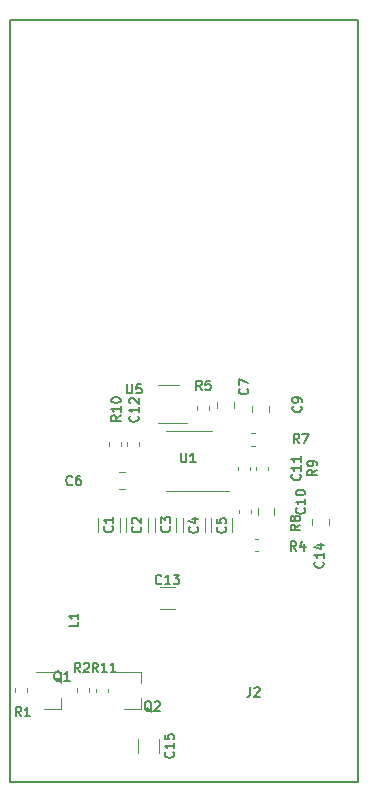
<source format=gbr>
G04 #@! TF.GenerationSoftware,KiCad,Pcbnew,(5.1.6-0-10_14)*
G04 #@! TF.CreationDate,2021-01-15T18:00:30+01:00*
G04 #@! TF.ProjectId,cdm324,63646d33-3234-42e6-9b69-6361645f7063,rev?*
G04 #@! TF.SameCoordinates,Original*
G04 #@! TF.FileFunction,Legend,Top*
G04 #@! TF.FilePolarity,Positive*
%FSLAX46Y46*%
G04 Gerber Fmt 4.6, Leading zero omitted, Abs format (unit mm)*
G04 Created by KiCad (PCBNEW (5.1.6-0-10_14)) date 2021-01-15 18:00:30*
%MOMM*%
%LPD*%
G01*
G04 APERTURE LIST*
G04 #@! TA.AperFunction,Profile*
%ADD10C,0.150000*%
G04 #@! TD*
%ADD11C,0.120000*%
%ADD12C,0.150000*%
%ADD13C,0.153000*%
G04 APERTURE END LIST*
D10*
X85350000Y-132600000D02*
X85350000Y-68100000D01*
X114850000Y-132600000D02*
X85350000Y-132600000D01*
X114850000Y-68100000D02*
X114850000Y-132600000D01*
X85350000Y-68100000D02*
X114850000Y-68100000D01*
D11*
X92090000Y-124677221D02*
X92090000Y-125002779D01*
X91070000Y-124677221D02*
X91070000Y-125002779D01*
X98010000Y-128947936D02*
X98010000Y-130152064D01*
X96190000Y-128947936D02*
X96190000Y-130152064D01*
X99312064Y-117910000D02*
X98107936Y-117910000D01*
X99312064Y-116090000D02*
X98107936Y-116090000D01*
X104210000Y-110247936D02*
X104210000Y-111452064D01*
X102390000Y-110247936D02*
X102390000Y-111452064D01*
X101860000Y-110247936D02*
X101860000Y-111452064D01*
X100040000Y-110247936D02*
X100040000Y-111452064D01*
X99460000Y-110247936D02*
X99460000Y-111452064D01*
X97640000Y-110247936D02*
X97640000Y-111452064D01*
X97060000Y-110247936D02*
X97060000Y-111452064D01*
X95240000Y-110247936D02*
X95240000Y-111452064D01*
X94660000Y-110247936D02*
X94660000Y-111452064D01*
X92840000Y-110247936D02*
X92840000Y-111452064D01*
X92640000Y-125012779D02*
X92640000Y-124687221D01*
X93660000Y-125012779D02*
X93660000Y-124687221D01*
X93790000Y-104162779D02*
X93790000Y-103837221D01*
X94810000Y-104162779D02*
X94810000Y-103837221D01*
X106190000Y-106212779D02*
X106190000Y-105887221D01*
X107210000Y-106212779D02*
X107210000Y-105887221D01*
X104740000Y-109862779D02*
X104740000Y-109537221D01*
X105760000Y-109862779D02*
X105760000Y-109537221D01*
X106150279Y-104110000D02*
X105824721Y-104110000D01*
X106150279Y-103090000D02*
X105824721Y-103090000D01*
X102210000Y-100737221D02*
X102210000Y-101062779D01*
X101190000Y-100737221D02*
X101190000Y-101062779D01*
X106087221Y-112040000D02*
X106412779Y-112040000D01*
X106087221Y-113060000D02*
X106412779Y-113060000D01*
X85840000Y-124962779D02*
X85840000Y-124637221D01*
X86860000Y-124962779D02*
X86860000Y-124637221D01*
X110940000Y-110848578D02*
X110940000Y-110331422D01*
X112360000Y-110848578D02*
X112360000Y-110331422D01*
X104720000Y-106212779D02*
X104720000Y-105887221D01*
X105740000Y-106212779D02*
X105740000Y-105887221D01*
X107760000Y-109441422D02*
X107760000Y-109958578D01*
X106340000Y-109441422D02*
X106340000Y-109958578D01*
X105890000Y-101258578D02*
X105890000Y-100741422D01*
X107310000Y-101258578D02*
X107310000Y-100741422D01*
X104310000Y-100441422D02*
X104310000Y-100958578D01*
X102890000Y-100441422D02*
X102890000Y-100958578D01*
X95108578Y-107810000D02*
X94591422Y-107810000D01*
X95108578Y-106390000D02*
X94591422Y-106390000D01*
X95300000Y-104162779D02*
X95300000Y-103837221D01*
X96320000Y-104162779D02*
X96320000Y-103837221D01*
X99700000Y-98990000D02*
X97900000Y-98990000D01*
X97900000Y-102210000D02*
X100350000Y-102210000D01*
X100500000Y-107960000D02*
X103950000Y-107960000D01*
X100500000Y-107960000D02*
X98550000Y-107960000D01*
X100500000Y-102840000D02*
X102450000Y-102840000D01*
X100500000Y-102840000D02*
X98550000Y-102840000D01*
X89710000Y-126430000D02*
X88250000Y-126430000D01*
X89710000Y-123270000D02*
X87550000Y-123270000D01*
X89710000Y-123270000D02*
X89710000Y-124200000D01*
X89710000Y-126430000D02*
X89710000Y-125500000D01*
X96510000Y-126430000D02*
X95050000Y-126430000D01*
X96510000Y-123270000D02*
X94350000Y-123270000D01*
X96510000Y-123270000D02*
X96510000Y-124200000D01*
X96510000Y-126430000D02*
X96510000Y-125500000D01*
D12*
X91161904Y-119043333D02*
X91161904Y-119424285D01*
X90361904Y-119424285D01*
X91161904Y-118357619D02*
X91161904Y-118814761D01*
X91161904Y-118586190D02*
X90361904Y-118586190D01*
X90476190Y-118662380D01*
X90552380Y-118738571D01*
X90590476Y-118814761D01*
X91306666Y-123301904D02*
X91040000Y-122920952D01*
X90849523Y-123301904D02*
X90849523Y-122501904D01*
X91154285Y-122501904D01*
X91230476Y-122540000D01*
X91268571Y-122578095D01*
X91306666Y-122654285D01*
X91306666Y-122768571D01*
X91268571Y-122844761D01*
X91230476Y-122882857D01*
X91154285Y-122920952D01*
X90849523Y-122920952D01*
X91611428Y-122578095D02*
X91649523Y-122540000D01*
X91725714Y-122501904D01*
X91916190Y-122501904D01*
X91992380Y-122540000D01*
X92030476Y-122578095D01*
X92068571Y-122654285D01*
X92068571Y-122730476D01*
X92030476Y-122844761D01*
X91573333Y-123301904D01*
X92068571Y-123301904D01*
X99205714Y-130064285D02*
X99243809Y-130102380D01*
X99281904Y-130216666D01*
X99281904Y-130292857D01*
X99243809Y-130407142D01*
X99167619Y-130483333D01*
X99091428Y-130521428D01*
X98939047Y-130559523D01*
X98824761Y-130559523D01*
X98672380Y-130521428D01*
X98596190Y-130483333D01*
X98520000Y-130407142D01*
X98481904Y-130292857D01*
X98481904Y-130216666D01*
X98520000Y-130102380D01*
X98558095Y-130064285D01*
X99281904Y-129302380D02*
X99281904Y-129759523D01*
X99281904Y-129530952D02*
X98481904Y-129530952D01*
X98596190Y-129607142D01*
X98672380Y-129683333D01*
X98710476Y-129759523D01*
X98481904Y-128578571D02*
X98481904Y-128959523D01*
X98862857Y-128997619D01*
X98824761Y-128959523D01*
X98786666Y-128883333D01*
X98786666Y-128692857D01*
X98824761Y-128616666D01*
X98862857Y-128578571D01*
X98939047Y-128540476D01*
X99129523Y-128540476D01*
X99205714Y-128578571D01*
X99243809Y-128616666D01*
X99281904Y-128692857D01*
X99281904Y-128883333D01*
X99243809Y-128959523D01*
X99205714Y-128997619D01*
X98195714Y-115775714D02*
X98157619Y-115813809D01*
X98043333Y-115851904D01*
X97967142Y-115851904D01*
X97852857Y-115813809D01*
X97776666Y-115737619D01*
X97738571Y-115661428D01*
X97700476Y-115509047D01*
X97700476Y-115394761D01*
X97738571Y-115242380D01*
X97776666Y-115166190D01*
X97852857Y-115090000D01*
X97967142Y-115051904D01*
X98043333Y-115051904D01*
X98157619Y-115090000D01*
X98195714Y-115128095D01*
X98957619Y-115851904D02*
X98500476Y-115851904D01*
X98729047Y-115851904D02*
X98729047Y-115051904D01*
X98652857Y-115166190D01*
X98576666Y-115242380D01*
X98500476Y-115280476D01*
X99224285Y-115051904D02*
X99719523Y-115051904D01*
X99452857Y-115356666D01*
X99567142Y-115356666D01*
X99643333Y-115394761D01*
X99681428Y-115432857D01*
X99719523Y-115509047D01*
X99719523Y-115699523D01*
X99681428Y-115775714D01*
X99643333Y-115813809D01*
X99567142Y-115851904D01*
X99338571Y-115851904D01*
X99262380Y-115813809D01*
X99224285Y-115775714D01*
X103605714Y-111013333D02*
X103643809Y-111051428D01*
X103681904Y-111165714D01*
X103681904Y-111241904D01*
X103643809Y-111356190D01*
X103567619Y-111432380D01*
X103491428Y-111470476D01*
X103339047Y-111508571D01*
X103224761Y-111508571D01*
X103072380Y-111470476D01*
X102996190Y-111432380D01*
X102920000Y-111356190D01*
X102881904Y-111241904D01*
X102881904Y-111165714D01*
X102920000Y-111051428D01*
X102958095Y-111013333D01*
X102881904Y-110289523D02*
X102881904Y-110670476D01*
X103262857Y-110708571D01*
X103224761Y-110670476D01*
X103186666Y-110594285D01*
X103186666Y-110403809D01*
X103224761Y-110327619D01*
X103262857Y-110289523D01*
X103339047Y-110251428D01*
X103529523Y-110251428D01*
X103605714Y-110289523D01*
X103643809Y-110327619D01*
X103681904Y-110403809D01*
X103681904Y-110594285D01*
X103643809Y-110670476D01*
X103605714Y-110708571D01*
X101235714Y-111003333D02*
X101273809Y-111041428D01*
X101311904Y-111155714D01*
X101311904Y-111231904D01*
X101273809Y-111346190D01*
X101197619Y-111422380D01*
X101121428Y-111460476D01*
X100969047Y-111498571D01*
X100854761Y-111498571D01*
X100702380Y-111460476D01*
X100626190Y-111422380D01*
X100550000Y-111346190D01*
X100511904Y-111231904D01*
X100511904Y-111155714D01*
X100550000Y-111041428D01*
X100588095Y-111003333D01*
X100778571Y-110317619D02*
X101311904Y-110317619D01*
X100473809Y-110508095D02*
X101045238Y-110698571D01*
X101045238Y-110203333D01*
X98885714Y-110953333D02*
X98923809Y-110991428D01*
X98961904Y-111105714D01*
X98961904Y-111181904D01*
X98923809Y-111296190D01*
X98847619Y-111372380D01*
X98771428Y-111410476D01*
X98619047Y-111448571D01*
X98504761Y-111448571D01*
X98352380Y-111410476D01*
X98276190Y-111372380D01*
X98200000Y-111296190D01*
X98161904Y-111181904D01*
X98161904Y-111105714D01*
X98200000Y-110991428D01*
X98238095Y-110953333D01*
X98161904Y-110686666D02*
X98161904Y-110191428D01*
X98466666Y-110458095D01*
X98466666Y-110343809D01*
X98504761Y-110267619D01*
X98542857Y-110229523D01*
X98619047Y-110191428D01*
X98809523Y-110191428D01*
X98885714Y-110229523D01*
X98923809Y-110267619D01*
X98961904Y-110343809D01*
X98961904Y-110572380D01*
X98923809Y-110648571D01*
X98885714Y-110686666D01*
X96435714Y-110973333D02*
X96473809Y-111011428D01*
X96511904Y-111125714D01*
X96511904Y-111201904D01*
X96473809Y-111316190D01*
X96397619Y-111392380D01*
X96321428Y-111430476D01*
X96169047Y-111468571D01*
X96054761Y-111468571D01*
X95902380Y-111430476D01*
X95826190Y-111392380D01*
X95750000Y-111316190D01*
X95711904Y-111201904D01*
X95711904Y-111125714D01*
X95750000Y-111011428D01*
X95788095Y-110973333D01*
X95788095Y-110668571D02*
X95750000Y-110630476D01*
X95711904Y-110554285D01*
X95711904Y-110363809D01*
X95750000Y-110287619D01*
X95788095Y-110249523D01*
X95864285Y-110211428D01*
X95940476Y-110211428D01*
X96054761Y-110249523D01*
X96511904Y-110706666D01*
X96511904Y-110211428D01*
X94025714Y-110943333D02*
X94063809Y-110981428D01*
X94101904Y-111095714D01*
X94101904Y-111171904D01*
X94063809Y-111286190D01*
X93987619Y-111362380D01*
X93911428Y-111400476D01*
X93759047Y-111438571D01*
X93644761Y-111438571D01*
X93492380Y-111400476D01*
X93416190Y-111362380D01*
X93340000Y-111286190D01*
X93301904Y-111171904D01*
X93301904Y-111095714D01*
X93340000Y-110981428D01*
X93378095Y-110943333D01*
X94101904Y-110181428D02*
X94101904Y-110638571D01*
X94101904Y-110410000D02*
X93301904Y-110410000D01*
X93416190Y-110486190D01*
X93492380Y-110562380D01*
X93530476Y-110638571D01*
X92825714Y-123301904D02*
X92559047Y-122920952D01*
X92368571Y-123301904D02*
X92368571Y-122501904D01*
X92673333Y-122501904D01*
X92749523Y-122540000D01*
X92787619Y-122578095D01*
X92825714Y-122654285D01*
X92825714Y-122768571D01*
X92787619Y-122844761D01*
X92749523Y-122882857D01*
X92673333Y-122920952D01*
X92368571Y-122920952D01*
X93587619Y-123301904D02*
X93130476Y-123301904D01*
X93359047Y-123301904D02*
X93359047Y-122501904D01*
X93282857Y-122616190D01*
X93206666Y-122692380D01*
X93130476Y-122730476D01*
X94349523Y-123301904D02*
X93892380Y-123301904D01*
X94120952Y-123301904D02*
X94120952Y-122501904D01*
X94044761Y-122616190D01*
X93968571Y-122692380D01*
X93892380Y-122730476D01*
X94751904Y-101564285D02*
X94370952Y-101830952D01*
X94751904Y-102021428D02*
X93951904Y-102021428D01*
X93951904Y-101716666D01*
X93990000Y-101640476D01*
X94028095Y-101602380D01*
X94104285Y-101564285D01*
X94218571Y-101564285D01*
X94294761Y-101602380D01*
X94332857Y-101640476D01*
X94370952Y-101716666D01*
X94370952Y-102021428D01*
X94751904Y-100802380D02*
X94751904Y-101259523D01*
X94751904Y-101030952D02*
X93951904Y-101030952D01*
X94066190Y-101107142D01*
X94142380Y-101183333D01*
X94180476Y-101259523D01*
X93951904Y-100307142D02*
X93951904Y-100230952D01*
X93990000Y-100154761D01*
X94028095Y-100116666D01*
X94104285Y-100078571D01*
X94256666Y-100040476D01*
X94447142Y-100040476D01*
X94599523Y-100078571D01*
X94675714Y-100116666D01*
X94713809Y-100154761D01*
X94751904Y-100230952D01*
X94751904Y-100307142D01*
X94713809Y-100383333D01*
X94675714Y-100421428D01*
X94599523Y-100459523D01*
X94447142Y-100497619D01*
X94256666Y-100497619D01*
X94104285Y-100459523D01*
X94028095Y-100421428D01*
X93990000Y-100383333D01*
X93951904Y-100307142D01*
X111341904Y-106153333D02*
X110960952Y-106420000D01*
X111341904Y-106610476D02*
X110541904Y-106610476D01*
X110541904Y-106305714D01*
X110580000Y-106229523D01*
X110618095Y-106191428D01*
X110694285Y-106153333D01*
X110808571Y-106153333D01*
X110884761Y-106191428D01*
X110922857Y-106229523D01*
X110960952Y-106305714D01*
X110960952Y-106610476D01*
X111341904Y-105772380D02*
X111341904Y-105620000D01*
X111303809Y-105543809D01*
X111265714Y-105505714D01*
X111151428Y-105429523D01*
X110999047Y-105391428D01*
X110694285Y-105391428D01*
X110618095Y-105429523D01*
X110580000Y-105467619D01*
X110541904Y-105543809D01*
X110541904Y-105696190D01*
X110580000Y-105772380D01*
X110618095Y-105810476D01*
X110694285Y-105848571D01*
X110884761Y-105848571D01*
X110960952Y-105810476D01*
X110999047Y-105772380D01*
X111037142Y-105696190D01*
X111037142Y-105543809D01*
X110999047Y-105467619D01*
X110960952Y-105429523D01*
X110884761Y-105391428D01*
X109931904Y-110823333D02*
X109550952Y-111090000D01*
X109931904Y-111280476D02*
X109131904Y-111280476D01*
X109131904Y-110975714D01*
X109170000Y-110899523D01*
X109208095Y-110861428D01*
X109284285Y-110823333D01*
X109398571Y-110823333D01*
X109474761Y-110861428D01*
X109512857Y-110899523D01*
X109550952Y-110975714D01*
X109550952Y-111280476D01*
X109474761Y-110366190D02*
X109436666Y-110442380D01*
X109398571Y-110480476D01*
X109322380Y-110518571D01*
X109284285Y-110518571D01*
X109208095Y-110480476D01*
X109170000Y-110442380D01*
X109131904Y-110366190D01*
X109131904Y-110213809D01*
X109170000Y-110137619D01*
X109208095Y-110099523D01*
X109284285Y-110061428D01*
X109322380Y-110061428D01*
X109398571Y-110099523D01*
X109436666Y-110137619D01*
X109474761Y-110213809D01*
X109474761Y-110366190D01*
X109512857Y-110442380D01*
X109550952Y-110480476D01*
X109627142Y-110518571D01*
X109779523Y-110518571D01*
X109855714Y-110480476D01*
X109893809Y-110442380D01*
X109931904Y-110366190D01*
X109931904Y-110213809D01*
X109893809Y-110137619D01*
X109855714Y-110099523D01*
X109779523Y-110061428D01*
X109627142Y-110061428D01*
X109550952Y-110099523D01*
X109512857Y-110137619D01*
X109474761Y-110213809D01*
X109856666Y-103911904D02*
X109590000Y-103530952D01*
X109399523Y-103911904D02*
X109399523Y-103111904D01*
X109704285Y-103111904D01*
X109780476Y-103150000D01*
X109818571Y-103188095D01*
X109856666Y-103264285D01*
X109856666Y-103378571D01*
X109818571Y-103454761D01*
X109780476Y-103492857D01*
X109704285Y-103530952D01*
X109399523Y-103530952D01*
X110123333Y-103111904D02*
X110656666Y-103111904D01*
X110313809Y-103911904D01*
X101616666Y-99411904D02*
X101350000Y-99030952D01*
X101159523Y-99411904D02*
X101159523Y-98611904D01*
X101464285Y-98611904D01*
X101540476Y-98650000D01*
X101578571Y-98688095D01*
X101616666Y-98764285D01*
X101616666Y-98878571D01*
X101578571Y-98954761D01*
X101540476Y-98992857D01*
X101464285Y-99030952D01*
X101159523Y-99030952D01*
X102340476Y-98611904D02*
X101959523Y-98611904D01*
X101921428Y-98992857D01*
X101959523Y-98954761D01*
X102035714Y-98916666D01*
X102226190Y-98916666D01*
X102302380Y-98954761D01*
X102340476Y-98992857D01*
X102378571Y-99069047D01*
X102378571Y-99259523D01*
X102340476Y-99335714D01*
X102302380Y-99373809D01*
X102226190Y-99411904D01*
X102035714Y-99411904D01*
X101959523Y-99373809D01*
X101921428Y-99335714D01*
X109616666Y-113001904D02*
X109350000Y-112620952D01*
X109159523Y-113001904D02*
X109159523Y-112201904D01*
X109464285Y-112201904D01*
X109540476Y-112240000D01*
X109578571Y-112278095D01*
X109616666Y-112354285D01*
X109616666Y-112468571D01*
X109578571Y-112544761D01*
X109540476Y-112582857D01*
X109464285Y-112620952D01*
X109159523Y-112620952D01*
X110302380Y-112468571D02*
X110302380Y-113001904D01*
X110111904Y-112163809D02*
X109921428Y-112735238D01*
X110416666Y-112735238D01*
X86326666Y-127041904D02*
X86060000Y-126660952D01*
X85869523Y-127041904D02*
X85869523Y-126241904D01*
X86174285Y-126241904D01*
X86250476Y-126280000D01*
X86288571Y-126318095D01*
X86326666Y-126394285D01*
X86326666Y-126508571D01*
X86288571Y-126584761D01*
X86250476Y-126622857D01*
X86174285Y-126660952D01*
X85869523Y-126660952D01*
X87088571Y-127041904D02*
X86631428Y-127041904D01*
X86860000Y-127041904D02*
X86860000Y-126241904D01*
X86783809Y-126356190D01*
X86707619Y-126432380D01*
X86631428Y-126470476D01*
X111865714Y-113954285D02*
X111903809Y-113992380D01*
X111941904Y-114106666D01*
X111941904Y-114182857D01*
X111903809Y-114297142D01*
X111827619Y-114373333D01*
X111751428Y-114411428D01*
X111599047Y-114449523D01*
X111484761Y-114449523D01*
X111332380Y-114411428D01*
X111256190Y-114373333D01*
X111180000Y-114297142D01*
X111141904Y-114182857D01*
X111141904Y-114106666D01*
X111180000Y-113992380D01*
X111218095Y-113954285D01*
X111941904Y-113192380D02*
X111941904Y-113649523D01*
X111941904Y-113420952D02*
X111141904Y-113420952D01*
X111256190Y-113497142D01*
X111332380Y-113573333D01*
X111370476Y-113649523D01*
X111408571Y-112506666D02*
X111941904Y-112506666D01*
X111103809Y-112697142D02*
X111675238Y-112887619D01*
X111675238Y-112392380D01*
X109935714Y-106534285D02*
X109973809Y-106572380D01*
X110011904Y-106686666D01*
X110011904Y-106762857D01*
X109973809Y-106877142D01*
X109897619Y-106953333D01*
X109821428Y-106991428D01*
X109669047Y-107029523D01*
X109554761Y-107029523D01*
X109402380Y-106991428D01*
X109326190Y-106953333D01*
X109250000Y-106877142D01*
X109211904Y-106762857D01*
X109211904Y-106686666D01*
X109250000Y-106572380D01*
X109288095Y-106534285D01*
X110011904Y-105772380D02*
X110011904Y-106229523D01*
X110011904Y-106000952D02*
X109211904Y-106000952D01*
X109326190Y-106077142D01*
X109402380Y-106153333D01*
X109440476Y-106229523D01*
X110011904Y-105010476D02*
X110011904Y-105467619D01*
X110011904Y-105239047D02*
X109211904Y-105239047D01*
X109326190Y-105315238D01*
X109402380Y-105391428D01*
X109440476Y-105467619D01*
X110285714Y-109384285D02*
X110323809Y-109422380D01*
X110361904Y-109536666D01*
X110361904Y-109612857D01*
X110323809Y-109727142D01*
X110247619Y-109803333D01*
X110171428Y-109841428D01*
X110019047Y-109879523D01*
X109904761Y-109879523D01*
X109752380Y-109841428D01*
X109676190Y-109803333D01*
X109600000Y-109727142D01*
X109561904Y-109612857D01*
X109561904Y-109536666D01*
X109600000Y-109422380D01*
X109638095Y-109384285D01*
X110361904Y-108622380D02*
X110361904Y-109079523D01*
X110361904Y-108850952D02*
X109561904Y-108850952D01*
X109676190Y-108927142D01*
X109752380Y-109003333D01*
X109790476Y-109079523D01*
X109561904Y-108127142D02*
X109561904Y-108050952D01*
X109600000Y-107974761D01*
X109638095Y-107936666D01*
X109714285Y-107898571D01*
X109866666Y-107860476D01*
X110057142Y-107860476D01*
X110209523Y-107898571D01*
X110285714Y-107936666D01*
X110323809Y-107974761D01*
X110361904Y-108050952D01*
X110361904Y-108127142D01*
X110323809Y-108203333D01*
X110285714Y-108241428D01*
X110209523Y-108279523D01*
X110057142Y-108317619D01*
X109866666Y-108317619D01*
X109714285Y-108279523D01*
X109638095Y-108241428D01*
X109600000Y-108203333D01*
X109561904Y-108127142D01*
X110005714Y-100783333D02*
X110043809Y-100821428D01*
X110081904Y-100935714D01*
X110081904Y-101011904D01*
X110043809Y-101126190D01*
X109967619Y-101202380D01*
X109891428Y-101240476D01*
X109739047Y-101278571D01*
X109624761Y-101278571D01*
X109472380Y-101240476D01*
X109396190Y-101202380D01*
X109320000Y-101126190D01*
X109281904Y-101011904D01*
X109281904Y-100935714D01*
X109320000Y-100821428D01*
X109358095Y-100783333D01*
X110081904Y-100402380D02*
X110081904Y-100250000D01*
X110043809Y-100173809D01*
X110005714Y-100135714D01*
X109891428Y-100059523D01*
X109739047Y-100021428D01*
X109434285Y-100021428D01*
X109358095Y-100059523D01*
X109320000Y-100097619D01*
X109281904Y-100173809D01*
X109281904Y-100326190D01*
X109320000Y-100402380D01*
X109358095Y-100440476D01*
X109434285Y-100478571D01*
X109624761Y-100478571D01*
X109700952Y-100440476D01*
X109739047Y-100402380D01*
X109777142Y-100326190D01*
X109777142Y-100173809D01*
X109739047Y-100097619D01*
X109700952Y-100059523D01*
X109624761Y-100021428D01*
X105465714Y-99283333D02*
X105503809Y-99321428D01*
X105541904Y-99435714D01*
X105541904Y-99511904D01*
X105503809Y-99626190D01*
X105427619Y-99702380D01*
X105351428Y-99740476D01*
X105199047Y-99778571D01*
X105084761Y-99778571D01*
X104932380Y-99740476D01*
X104856190Y-99702380D01*
X104780000Y-99626190D01*
X104741904Y-99511904D01*
X104741904Y-99435714D01*
X104780000Y-99321428D01*
X104818095Y-99283333D01*
X104741904Y-99016666D02*
X104741904Y-98483333D01*
X105541904Y-98826190D01*
X90636666Y-107385714D02*
X90598571Y-107423809D01*
X90484285Y-107461904D01*
X90408095Y-107461904D01*
X90293809Y-107423809D01*
X90217619Y-107347619D01*
X90179523Y-107271428D01*
X90141428Y-107119047D01*
X90141428Y-107004761D01*
X90179523Y-106852380D01*
X90217619Y-106776190D01*
X90293809Y-106700000D01*
X90408095Y-106661904D01*
X90484285Y-106661904D01*
X90598571Y-106700000D01*
X90636666Y-106738095D01*
X91322380Y-106661904D02*
X91170000Y-106661904D01*
X91093809Y-106700000D01*
X91055714Y-106738095D01*
X90979523Y-106852380D01*
X90941428Y-107004761D01*
X90941428Y-107309523D01*
X90979523Y-107385714D01*
X91017619Y-107423809D01*
X91093809Y-107461904D01*
X91246190Y-107461904D01*
X91322380Y-107423809D01*
X91360476Y-107385714D01*
X91398571Y-107309523D01*
X91398571Y-107119047D01*
X91360476Y-107042857D01*
X91322380Y-107004761D01*
X91246190Y-106966666D01*
X91093809Y-106966666D01*
X91017619Y-107004761D01*
X90979523Y-107042857D01*
X90941428Y-107119047D01*
X96185714Y-101604285D02*
X96223809Y-101642380D01*
X96261904Y-101756666D01*
X96261904Y-101832857D01*
X96223809Y-101947142D01*
X96147619Y-102023333D01*
X96071428Y-102061428D01*
X95919047Y-102099523D01*
X95804761Y-102099523D01*
X95652380Y-102061428D01*
X95576190Y-102023333D01*
X95500000Y-101947142D01*
X95461904Y-101832857D01*
X95461904Y-101756666D01*
X95500000Y-101642380D01*
X95538095Y-101604285D01*
X96261904Y-100842380D02*
X96261904Y-101299523D01*
X96261904Y-101070952D02*
X95461904Y-101070952D01*
X95576190Y-101147142D01*
X95652380Y-101223333D01*
X95690476Y-101299523D01*
X95538095Y-100537619D02*
X95500000Y-100499523D01*
X95461904Y-100423333D01*
X95461904Y-100232857D01*
X95500000Y-100156666D01*
X95538095Y-100118571D01*
X95614285Y-100080476D01*
X95690476Y-100080476D01*
X95804761Y-100118571D01*
X96261904Y-100575714D01*
X96261904Y-100080476D01*
D13*
X105733333Y-124561904D02*
X105733333Y-125133333D01*
X105695238Y-125247619D01*
X105619047Y-125323809D01*
X105504761Y-125361904D01*
X105428571Y-125361904D01*
X106076190Y-124638095D02*
X106114285Y-124600000D01*
X106190476Y-124561904D01*
X106380952Y-124561904D01*
X106457142Y-124600000D01*
X106495238Y-124638095D01*
X106533333Y-124714285D01*
X106533333Y-124790476D01*
X106495238Y-124904761D01*
X106038095Y-125361904D01*
X106533333Y-125361904D01*
D12*
X95270476Y-98901904D02*
X95270476Y-99549523D01*
X95308571Y-99625714D01*
X95346666Y-99663809D01*
X95422857Y-99701904D01*
X95575238Y-99701904D01*
X95651428Y-99663809D01*
X95689523Y-99625714D01*
X95727619Y-99549523D01*
X95727619Y-98901904D01*
X96489523Y-98901904D02*
X96108571Y-98901904D01*
X96070476Y-99282857D01*
X96108571Y-99244761D01*
X96184761Y-99206666D01*
X96375238Y-99206666D01*
X96451428Y-99244761D01*
X96489523Y-99282857D01*
X96527619Y-99359047D01*
X96527619Y-99549523D01*
X96489523Y-99625714D01*
X96451428Y-99663809D01*
X96375238Y-99701904D01*
X96184761Y-99701904D01*
X96108571Y-99663809D01*
X96070476Y-99625714D01*
D13*
X99860476Y-104731904D02*
X99860476Y-105379523D01*
X99898571Y-105455714D01*
X99936666Y-105493809D01*
X100012857Y-105531904D01*
X100165238Y-105531904D01*
X100241428Y-105493809D01*
X100279523Y-105455714D01*
X100317619Y-105379523D01*
X100317619Y-104731904D01*
X101117619Y-105531904D02*
X100660476Y-105531904D01*
X100889047Y-105531904D02*
X100889047Y-104731904D01*
X100812857Y-104846190D01*
X100736666Y-104922380D01*
X100660476Y-104960476D01*
X89703809Y-124108095D02*
X89627619Y-124070000D01*
X89551428Y-123993809D01*
X89437142Y-123879523D01*
X89360952Y-123841428D01*
X89284761Y-123841428D01*
X89322857Y-124031904D02*
X89246666Y-123993809D01*
X89170476Y-123917619D01*
X89132380Y-123765238D01*
X89132380Y-123498571D01*
X89170476Y-123346190D01*
X89246666Y-123270000D01*
X89322857Y-123231904D01*
X89475238Y-123231904D01*
X89551428Y-123270000D01*
X89627619Y-123346190D01*
X89665714Y-123498571D01*
X89665714Y-123765238D01*
X89627619Y-123917619D01*
X89551428Y-123993809D01*
X89475238Y-124031904D01*
X89322857Y-124031904D01*
X90427619Y-124031904D02*
X89970476Y-124031904D01*
X90199047Y-124031904D02*
X90199047Y-123231904D01*
X90122857Y-123346190D01*
X90046666Y-123422380D01*
X89970476Y-123460476D01*
X97363809Y-126638095D02*
X97287619Y-126600000D01*
X97211428Y-126523809D01*
X97097142Y-126409523D01*
X97020952Y-126371428D01*
X96944761Y-126371428D01*
X96982857Y-126561904D02*
X96906666Y-126523809D01*
X96830476Y-126447619D01*
X96792380Y-126295238D01*
X96792380Y-126028571D01*
X96830476Y-125876190D01*
X96906666Y-125800000D01*
X96982857Y-125761904D01*
X97135238Y-125761904D01*
X97211428Y-125800000D01*
X97287619Y-125876190D01*
X97325714Y-126028571D01*
X97325714Y-126295238D01*
X97287619Y-126447619D01*
X97211428Y-126523809D01*
X97135238Y-126561904D01*
X96982857Y-126561904D01*
X97630476Y-125838095D02*
X97668571Y-125800000D01*
X97744761Y-125761904D01*
X97935238Y-125761904D01*
X98011428Y-125800000D01*
X98049523Y-125838095D01*
X98087619Y-125914285D01*
X98087619Y-125990476D01*
X98049523Y-126104761D01*
X97592380Y-126561904D01*
X98087619Y-126561904D01*
M02*

</source>
